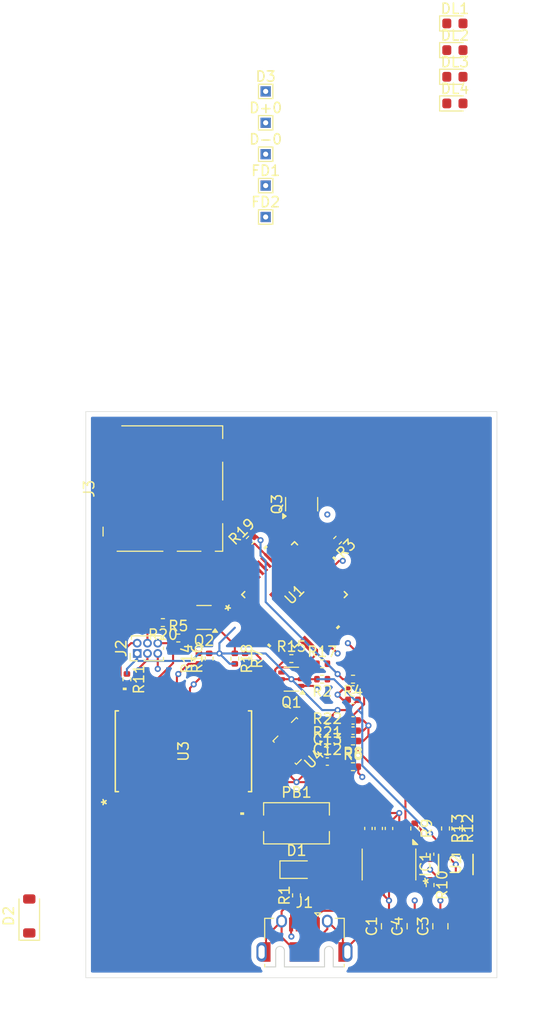
<source format=kicad_pcb>
(kicad_pcb (version 20240108) (generator "pcbnew") (generator_version "8.0")
  (layers (0 "F.Cu" mixed) (1 "In1.Cu" power "GND") (2 "In2.Cu" power "5v") (3 "In3.Cu" signal) (4 "In4.Cu" signal) (31 "B.Cu" power "3.3v") (34 "B.Paste" user) (35 "F.Paste" user) (36 "B.SilkS" user "B.Silkscreen") (37 "F.SilkS" user "F.Silkscreen") (38 "B.Mask" user) (39 "F.Mask" user) (44 "Edge.Cuts" user))
  (net 0 "")
  (net 1 "Net-(C1-Pad1)")
  (net 2 "GND")
  (net 3 "/RESETN")
  (net 4 "+5V")
  (net 5 "/AREF")
  (net 6 "+3V3")
  (net 7 "/D8")
  (net 10 "/A5{slash}SCL")
  (net 12 "/A4{slash}SDA")
  (net 13 "/UPDI")
  (net 14 "/D3~{}")
  (net 16 "/D5~{}")
  (net 17 "/MISO")
  (net 18 "/D6~{}")
  (net 19 "/RX0")
  (net 23 "/A1")
  (net 24 "/A6")
  (net 25 "/A7")
  (net 26 "/MOSI")
  (net 27 "/A0")
  (net 28 "/A2")
  (net 30 "/SCK")
  (net 31 "/TX1")
  (net 32 "/D9~{}")
  (net 34 "/A3")
  (net 37 "/RX1")
  (net 38 "/D2")
  (net 40 "Net-(IC1-VIN)")
  (net 41 "/D4")
  (net 42 "/D10~{}")
  (net 43 "/D7")
  (net 44 "/TX_UPDI")
  (net 45 "Net-(U3A-PA28{slash}RESETN)")
  (net 51 "/TX_D11")
  (net 53 "Net-(U3A-PA30{slash}SWCLK)")
  (net 55 "Net-(U3A-PA31{slash}SWDIO)")
  (net 57 "/RX_UPDI")
  (net 59 "/RX_D11")
  (net 64 "/USB_P")
  (net 65 "Net-(IC1-EN)")
  (net 66 "Net-(IC1-SW-Pad19)")
  (net 68 "Net-(IC1-FB)")
  (net 69 "Net-(IC1-AAM)")
  (net 72 "/USB_N")
  (net 74 "Net-(DL2-PadA)")
  (net 75 "Net-(DL1-PadA)")
  (net 76 "Net-(DL3-PadA)")
  (net 77 "Net-(DL4-PadA)")
  (net 78 "Net-(U4-VDD)")
  (net 80 "1.8v temp sda")
  (net 94 "1.8V temp scl")
  (net 96 "Net-(U2-EN)")
  (net 97 "Net-(D1-Pad4)")
  (footprint "Capacitor_SMD:C_0402_1005Metric" (layer "F.Cu") (at 126.5 100 90)
    (property "Reference" "C11" (hide yes))
    (property "Value" "100n" (hide yes))
  )
  (footprint "Resistor_SMD:R_0402_1005Metric" (layer "F.Cu") (at 107.5 81 -90)
    (property "Reference" "R18")
    (property "Value" "4k7")
  )
  (footprint "Resistor_SMD:R_0402_1005Metric" (layer "F.Cu") (at 102 79)
    (property "Reference" "R5")
    (property "Value" "4k7")
  )
  (footprint "Capacitor_SMD:C_0402_1005Metric" (layer "F.Cu") (at 116.5 90)
    (property "Reference" "C13")
    (property "Value" "0.1uF")
  )
  (footprint "ATSAMD11D14A:SOIC20_12P8X7P5_MCH" (layer "F.Cu") (at 102.5 90 90)
    (property "Reference" "U3")
    (property "Value" "ATSAMD11D14A")
  )
  (footprint "Connector_Card:microSD_HC_Molex_104031-0811" (layer "F.Cu") (at 100.5 64.5 90)
    (property "Reference" "J3")
    (property "Value" "Micro_SD_Card_Det1")
  )
  (footprint "Package_TO_SOT_SMD:SOT-23" (layer "F.Cu") (at 114 66 90)
    (property "Reference" "Q3")
    (property "Value" "BSS138")
  )
  (footprint "Resistor_SMD:R_0402_1005Metric" (layer "F.Cu") (at 119 89 180)
    (property "Reference" "R8")
    (property "Value" "19k1")
  )
  (footprint "Capacitor_SMD:C_0402_1005Metric" (layer "F.Cu") (at 121.5 97.5 -90)
    (property "Reference" "C10" (hide yes))
    (property "Value" "100n")
  )
  (footprint "AP2112K_3_3:SOT_RG1_DIO" (layer "F.Cu") (at 129 101 90)
    (property "Reference" "U2")
    (property "Value" "AP2112K-3.3")
  )
  (footprint "Resistor_SMD:R_0402_1005Metric" (layer "F.Cu") (at 113.5 104 90)
    (property "Reference" "R1")
    (property "Value" "1M")
  )
  (footprint "Resistor_SMD:R_0402_1005Metric" (layer "F.Cu") (at 109 69.5 45)
    (property "Reference" "R19")
    (property "Value" "4k7")
  )
  (footprint "LED_SMD:LED_0603_1608Metric" (layer "F.Cu") (at 128.9125 21.89)
    (property "Reference" "DL2")
    (property "Value" "GREEN")
  )
  (footprint "Capacitor_SMD:C_0402_1005Metric" (layer "F.Cu") (at 119 88)
    (property "Reference" "C7" (hide yes))
    (property "Value" "100n")
  )
  (footprint "Resistor_SMD:R_0402_1005Metric" (layer "F.Cu") (at 108.5 81 -90)
    (property "Reference" "R7")
    (property "Value" "0R")
  )
  (footprint "Diode_SMD:D_SOD-123" (layer "F.Cu") (at 87.5 106 90)
    (property "Reference" "D2")
    (property "Value" "PMEG6020")
  )
  (footprint "Resistor_SMD:R_0402_1005Metric" (layer "F.Cu") (at 119 83 180)
    (property "Reference" "R4")
    (property "Value" "100k")
  )
  (footprint "Diode_SMD:D_SOD-323" (layer "F.Cu") (at 113.5 101.5)
    (property "Reference" "D1")
    (property "Value" "PRTR5V")
  )
  (footprint "ATMEGA4809_AFR:TQFP48_7x7MC_MCH" (layer "F.Cu") (at 113.30806 74.782932 45)
    (property "Reference" "U1")
    (property "Value" "ATMEGA4809")
  )
  (footprint "Resistor_SMD:R_0402_1005Metric" (layer "F.Cu") (at 105 81 90)
    (property "Reference" "R16")
    (property "Value" "4k7")
  )
  (footprint "TestPoint:TestPoint_THTPad_1.0x1.0mm_Drill0.5mm" (layer "F.Cu") (at 110.5 35.05)
    (property "Reference" "FD1")
    (property "Value" "DNP")
  )
  (footprint "Capacitor_SMD:C_0805_2012Metric" (layer "F.Cu") (at 122.5 107 90)
    (property "Reference" "C1")
    (property "Value" "4n7")
  )
  (footprint "Resistor_SMD:R_0402_1005Metric" (layer "F.Cu") (at 113 81)
    (property "Reference" "R15")
    (property "Value" "4k7")
  )
  (footprint "LED_SMD:LED_0603_1608Metric" (layer "F.Cu") (at 128.9125 24.48)
    (property "Reference" "DL3")
    (property "Value" "YELLOW")
  )
  (footprint "Connector_USB:USB_Micro-AB_Molex_47590-0001" (layer "F.Cu") (at 114.275 109.5)
    (property "Reference" "J1")
    (property "Value" "-")
    (fp_line (start -3.75 1.45) (end -2.8 1.45) (stroke (width 0.1)) (layer "Edge.Cuts"))
    (fp_line (start -2.8 -0.125) (end -2.8 1.45) (stroke (width 0.1)) (layer "Edge.Cuts"))
    (fp_line (start -1.95 -0.125) (end -1.95 1.45) (stroke (width 0.1)) (layer "Edge.Cuts"))
    (fp_line (start -1.95 1.45) (end 1.95 1.45) (stroke (width 0.1)) (layer "Edge.Cuts"))
    (fp_line (start 1.95 -0.125) (end 1.95 1.45) (stroke (width 0.1)) (layer "Edge.Cuts"))
    (fp_line (start 2.8 -0.125) (end 2.8 1.45) (stroke (width 0.1)) (layer "Edge.Cuts"))
    (fp_line (start 2.8 1.45) (end 3.75 1.45) (stroke (width 0.1)) (layer "Edge.Cuts"))
    (fp_arc (start -2.8 -0.125) (mid -2.375 -0.55) (end -1.95 -0.125) (stroke (width 0.1)) (layer "Edge.Cuts"))
    (fp_arc (start 1.95 -0.125) (mid 2.375 -0.55) (end 2.8 -0.125) (stroke (width 0.1)) (layer "Edge.Cuts"))
  )
  (footprint "Resistor_SMD:R_0402_1005Metric" (layer "F.Cu") (at 116 81.5)
    (property "Reference" "R17")
    (property "Value" "4k7")
  )
  (footprint "Package_TO_SOT_SMD:SOT-363_SC-70-6" (layer "F.Cu") (at 113 83 180)
    (property "Reference" "Q1")
    (property "Value" "BSS138PS")
  )
  (footprint "LED_SMD:LED_0603_1608Metric" (layer "F.Cu") (at 128.9125 19.3)
    (property "Reference" "DL1")
    (property "Value" "YELLOW")
  )
  (footprint "TestPoint:TestPoint_THTPad_1.0x1.0mm_Drill0.5mm" (layer "F.Cu") (at 110.5 38.1)
    (property "Reference" "FD2")
    (property "Value" "DNP")
  )
  (footprint "Capacitor_SMD:C_0402_1005Metric" (layer "F.Cu") (at 122.5 97.5 -90)
    (property "Reference" "C8" (hide yes))
    (property "Value" "100n")
  )
  (footprint "Resistor_SMD:R_0402_1005Metric" (layer "F.Cu") (at 128 97.5 -90)
    (property "Reference" "R13")
    (property "Value" "330R")
  )
  (footprint "Resistor_SMD:R_0402_1005Metric" (layer "F.Cu") (at 116.5 88)
    (property "Reference" "R22")
    (property "Value" "645Ω")
  )
  (footprint "Button_Switch_SMD:SW_Tactile_SPST_NO_Straight_CK_PTS636Sx25SMTRLFS" (layer "F.Cu") (at 113.5 97)
    (property "Reference" "PB1")
    (property "Value" "PTS820")
  )
  (footprint "Connector_PinHeader_1.00mm:PinHeader_2x03_P1.00mm_Vertical" (layer "F.Cu") (at 98 80.5 90)
    (property "Reference" "J2")
    (property "Value" "DNP")
  )
  (footprint "Capacitor_SMD:C_0402_1005Metric" (layer "F.Cu") (at 119 87)
    (property "Reference" "C5" (hide yes))
    (property "Value" "4u7")
  )
  (footprint "LED_SMD:LED_0603_1608Metric" (layer "F.Cu") (at 128.9125 27.07)
    (property "Reference" "DL4")
    (property "Value" "YELLOW")
  )
  (footprint "Package_DFN_QFN:DFN-18-1EP_3x5mm_P0.5mm_EP1.66x4.4mm" (layer "F.Cu") (at 122.5 101 -90)
    (property "Reference" "IC1")
    (property "Value" "MPM3610")
  )
  (footprint "TestPoint:TestPoint_THTPad_1.0x1.0mm_Drill0.5mm" (layer "F.Cu") (at 110.5 32)
    (property "Reference" "D-0")
    (property "Value" "DNP")
  )
  (footprint "Resistor_SMD:R_0402_1005Metric" (layer "F.Cu") (at 97 83 -90)
    (property "Reference" "R11")
    (property "Value" "4k7")
  )
  (footprint "Capacitor_SMD:C_0805_2012Metric" (layer "F.Cu") (at 127.5 107 90)
    (property "Reference" "C3")
    (property "Value" "22u")
  )
  (footprint "Resistor_SMD:R_0402_1005Metric" (layer "F.Cu") (at 100.5 77.5 180)
    (property "Reference" "R20")
    (property "Value" "DNP")
  )
  (footprint "Resistor_SMD:R_0402_1005Metric" (layer "F.Cu") (at 116.5 87 180)
    (property "Reference" "R21")
    (property "Value" "538Ω")
  )
  (footprint "Resistor_SMD:R_0402_1005Metric" (layer "F.Cu") (at 125 97.5 -90)
    (property "Reference" "R9")
    (property "Value" "39k")
  )
  (footprint "Capacitor_SMD:C_0402_1005Metric" (layer "F.Cu") (at 116.5 91)
    (property "Reference" "C12")
    (property "Value" "2.2uF")
  )
  (footprint "Resistor_SMD:R_0402_1005Metric" (layer "F.Cu") (at 119 91.5)
    (property "Reference" "R6")
    (property "Value" "100k")
  )
  (footprint "Package_LGA:LGA-16_3x3mm_P0.5mm_LayoutBorder3x5y" (layer "F.Cu") (at 113.487348 89 -135)
    (property "Reference" "U4")
    (property "Value" "ICM-20602")
  )
  (footprint "Resistor_SMD:R_0402_1005Metric" (layer "F.Cu") (at 116 83 180)
    (property "Reference" "R2")
    (property "Value" "330R")
  )
  (footprint "Resistor_SMD:R_0402_1005Metric" (layer "F.Cu") (at 104 81 90)
    (property "Reference" "R14")
    (property "Value" "4k7")
  )
  (footprint "Capacitor_SMD:C_0402_1005Metric" (layer "F.Cu") (at 119 84 180)
    (property "Reference" "C2" (hide yes))
    (property "Value" "100n")
  )
  (footprint "TestPoint:TestPoint_THTPad_1.0x1.0mm_Drill0.5mm" (layer "F.Cu") (at 110.5 28.95)
    (property "Reference" "D+0")
    (property "Value" "DNP")
  )
  (footprint "Resistor_SMD:R_0402_1005Metric" (layer "F.Cu") (at 117.5 69.5 -135)
    (property "Reference" "R3")
    (property "Value" "330R")
  )
  (footprint "TestPoint:TestPoint_THTPad_1.0x1.0mm_Drill0.5mm" (layer "F.Cu") (at 110.5 25.9)
    (property "Reference" "D3")
    (property "Value" "DNP")
  )
  (footprint "Resistor_SMD:R_0402_1005Metric" (layer "F.Cu") (at 129 97.5 -90)
    (property "Reference" "R12")
    (property "Value" "330R")
  )
  (footprint "Capacitor_SMD:C_0805_2012Metric" (layer "F.Cu") (at 125 107 90)
    (property "Reference" "C4")
    (property "Value" "22u")
  )
  (footprint "Package_TO_SOT_SMD:SOT-363_SC-70-6" (layer "F.Cu") (at 104.5 77 180)
    (property "Reference" "Q2")
    (property "Value" "BSS138PS")
  )
  (footprint "Capacitor_SMD:C_0402_1005Metric" (layer "F.Cu") (at 119 85 180)
    (property "Reference" "C6" (hide yes))
    (property "Value" "1u")
  )
  (footprint "Capacitor_SMD:C_0402_1005Metric" (layer "F.Cu") (at 120.5 97.5 -90)
    (property "Reference" "C9" (hide yes))
    (property "Value" "4u7")
  )
  (footprint "Resistor_SMD:R_0402_1005Metric" (layer "F.Cu") (at 126.5 103 -90)
    (property "Reference" "R10")
    (property "Value" "100k")
  )
  (gr_line (start 133.003125 57) (end 133 112) (stroke (width 0.05)) (layer "Edge.Cuts"))
  (gr_line (start 133 112) (end 93 112) (stroke (width 0.05)) (layer "Edge.Cuts"))
  (gr_line (start 93 112) (end 93 57) (stroke (width 0.05)) (layer "Edge.Cuts"))
  (gr_line (start 93 57) (end 133.003125 57) (stroke (width 0.05)) (layer "Edge.Cuts"))
  (segment (start 112.05 105.55) (end 112.45 105.15) (width 0.2) (layer "F.Cu") (net 1))
  (segment (start 122.5 107.95) (end 119.5625 107.95) (width 0.2) (layer "F.Cu") (net 1))
  (segment (start 119.5625 107.95) (end 118.0125 109.5) (width 0.2) (layer "F.Cu") (net 1))
  (segment (start 114.275 109.5) (end 113.5 109.5) (width 0.2) (layer "F.Cu") (net 1))
  (segment (start 116.5 107.275) (end 116.5 106.5) (width 0.2) (layer "F.Cu") (net 1))
  (segment (start 112.05 106.5) (end 110.5375 108.0125) (width 0.2) (layer "F.Cu") (net 1))
  (segment (start 113.5 109.5) (end 112.05 108.05) (width 0.2) (layer "F.Cu") (net 1))
  (segment (start 112.05 106.5) (end 112.05 105.55) (width 0.2) (layer "F.Cu") (net 1))
  (segment (start 112.459999 103.490001) (end 112.45 103.5) (width 0.2) (layer "F.Cu") (net 1))
  (segment (start 116.5 106.5) (end 118.0125 108.0125) (width 0.2) (layer "F.Cu") (net 1))
  (segment (start 113.5 103.490001) (end 112.459999 103.490001) (width 0.2) (layer "F.Cu") (net 1))
  (segment (start 112.05 108.05) (end 112.05 106.5) (width 0.2) (layer "F.Cu") (net 1))
  (segment (start 110.5375 109.5) (end 110.1 109.5) (width 0.2) (layer "F.Cu") (net 1))
  (segment (start 118.0125 108.0125) (end 118.0125 109.5) (width 0.2) (layer "F.Cu") (net 1))
  (segment (start 112.45 103.5) (end 112.45 101.5) (width 0.2) (layer "F.Cu") (net 1))
  (segment (start 118.0125 109.5) (end 118.45 109.5) (width 0.2) (layer "F.Cu") (net 1))
  (segment (start 112.45 105.15) (end 112.45 103.5) (width 0.2) (layer "F.Cu") (net 1))
  (segment (start 110.5375 108.0125) (end 110.5375 109.5) (width 0.2) (layer "F.Cu") (net 1))
  (segment (start 114.275 109.5) (end 116.5 107.275) (width 0.2) (layer "F.Cu") (net 1))
  (segment (start 117.01 88.99) (end 117.01 88) (width 0.2) (layer "F.Cu") (net 2))
  (segment (start 122.5 97.02) (end 122.5 97) (width 0.2) (layer "F.Cu") (net 2))
  (segment (start 125.62 99.6) (end 126.5 100.48) (width 0.2) (layer "F.Cu") (net 2))
  (segment (start 118 71.5) (end 117.651654 71.5) (width 0.2) (layer "F.Cu") (net 2))
  (segment (start 112.621142 89.866206) (end 112.621142 92.121142) (width 0.2) (layer "F.Cu") (net 2))
  (segment (start 117.651654 71.5) (end 116.792895 72.358759) (width 0.2) (layer "F.Cu") (net 2))
  (segment (start 118.52 85) (end 118 85) (width 0.2) (layer "F.Cu") (net 2))
  (segment (start 121.5 103.5) (end 122.5 104.5) (width 0.2) (layer "F.Cu") (net 2))
  (segment (start 120.5 97) (end 121.5 96) (width 0.2) (layer "F.Cu") (net 2))
  (segment (start 112.267589 89.512652) (end 112.267589 91.767589) (width 0.2) (layer "F.Cu") (net 2))
  (segment (start 121.5 102.425) (end 121.5 103.5) (width 0.2) (layer "F.Cu") (net 2))
  (segment (start 121.5 97.02) (end 121.5 96) (width 0.2) (layer "F.Cu") (net 2))
  (segment (start 122.5 102.425) (end 122.5 104.5) (width 0.2) (layer "F.Cu") (net 2))
  (segment (start 118.52 84) (end 118 84) (width 0.2) (layer "F.Cu") (net 2))
  (segment (start 112.621142 92.121142) (end 113.5 93) (width 0.2) (layer "F.Cu") (net 2))
  (segment (start 116.98 90) (end 116.98 92.02) (width 0.2) (layer "F.Cu") (net 2))
  (segment (start 114.353554 89.866206) (end 114.583669 90.096321) (width 0.2) (layer "F.Cu") (net 2))
  (segment (start 119.48 88) (end 120 88) (width 0.2) (layer "F.Cu") (net 2))
  (segment (start 117.5 80.5) (end 117 80) (width 0.2) (layer "F.Cu") (net 2))
  (segment (start 125.62 97.61) (end 125.62 99.6) (width 0.2) (layer "F.Cu") (net 2))
  (segment (start 127.5 106.05) (end 127.5 104.5) (width 0.2) (layer "F.Cu") (net 2))
  (segment (start 112.975 107.975) (end 113 108) (width 0.2) (layer "F.Cu") (net 2))
  (segment (start 112.974696 90.219759) (end 112.974696 92.474696) (width 0.2) (layer "F.Cu") (net 2))
  (segment (start 121.5 96) (end 123.5 96) (width 0.2) (layer "F.Cu") (net 2))
  (segment (start 116 93) (end 113.5 93) (width 0.2) (layer "F.Cu") (net 2))
  (segment (start 109.625 94.875) (end 111.5 93) (width 0.2) (layer "F.Cu") (net 2))
  (segment (start 109.625 97) (end 109.625 94.875) (width 0.2) (layer "F.Cu") (net 2))
  (segment (start 128.48 100.48) (end 129 101) (width 0.2) (layer "F.Cu") (net 2))
  (segment (start 129 102.35255) (end 129 101) (width 0.2) (layer "F.Cu") (net 2))
  (segment (start 120.5 97.02) (end 120.5 97) (width 0.2) (layer "F.Cu") (net 2))
  (segment (start 122.5 106.05) (end 122.5 104.5) (width 0.2) (layer "F.Cu") (net 2))
  (segment (start 112.267589 91.767589) (end 113.5 93) (width 0.2) (layer "F.Cu") (net 2))
  (segment (start 116.98 92.02) (end 116 93) (width 0.2) (layer "F.Cu") (net 2))
  (segment (start 120.5 88.5) (end 120.5 87.5) (width 0.2) (layer "F.Cu") (net 2))
  (segment (start 125 106.05) (end 125 104.5) (width 0.2) (layer "F.Cu") (net 2))
  (segment (start 118 85) (end 117.5 84.5) (width 0.2) (layer "F.Cu") (net 2))
  (segment (start 120 87) (end 120.5 87.5) (width 0.2) (layer "F.Cu") (net 2))
  (segment (start 112.974696 92.474696) (end 113.5 93) (width 0.2) (layer "F.Cu") (net 2))
  (segment (start 117.375 97) (end 117.375 94.375) (width 0.2) (layer "F.Cu") (net 2))
  (segment (start 114.583669 90.096321) (end 114.583669 91.916331) (width 0.2) (layer "F.Cu") (net 2))
  (segment (start 117 80) (end 116.050256 80) (width 0.2) (layer "F.Cu") (net 2))
  (segment (start 118 84) (end 117.5 84.5) (width 0.2) (layer "F.Cu") (net 2))
  (segment (start 120 89) (end 120.5 88.5) (width 0.2) (layer "F.Cu") (net 2))
  (segment (start 111.914035 89.159099) (end 111.914035 91.414035) (width 0.2) (layer "F.Cu") (net 2))
  (segment (start 119.51 89) (end 120 89) (width 0.2) (layer "F.Cu") (net 2))
  (segment (start 122.5 97) (end 123.5 96) (width 0.2) (layer "F.Cu") (net 2))
  (segment (start 125 96.99) (end 125.62 97.61) (width 0.2) (layer "F.Cu") (net 2))
  (segment (start 116.98 89.02) (end 117.01 88.99) (width 0.2) (layer "F.Cu") (net 2))
  (segment (start 113.5 104.509999) (end 112.975 105.034999) (width 0.2) (layer "F.Cu") (net 2))
  (segment (start 111.914035 91.414035) (end 113.5 93) (width 0.2) (layer "F.Cu") (net 2))
  (segment (start 123.5 96) (end 123.5 99.575) (width 0.2) (layer "F.Cu") (net 2))
  (segment (start 126.5 100.48) (end 128.48 100.48) (width 0.2) (layer "F.Cu") (net 2))
  (segment (start 122 104) (end 122.5 104.5) (width 0.2) (layer "F.Cu") (net 2))
  (segment (start 117.375 94.375) (end 116 93) (width 0.2) (layer "F.Cu") (net 2))
  (segment (start 100 80.5) (end 100 82) (width 0.2) (layer "F.Cu") (net 2))
  (segment (start 119.48 87) (end 120 87) (width 0.2) (layer "F.Cu") (net 2))
  (segment (start 116.98 90) (end 116.98 89.02) (width 0.2) (layer "F.Cu") (net 2))
  (segment (start 112.975 106.825) (end 112.975 107.975) (width 0.2) (layer "F.Cu") (net 2))
  (segment (start 114.583669 91.916331) (end 113.5 93) (width 0.2) (layer "F.Cu") (net 2))
  (segment (start 112.975 105.034999) (end 112.975 106.825) (width 0.2) (layer "F.Cu") (net 2))
  (segment (start 122 102.425) (end 122 104) (width 0.2) (layer "F.Cu") (net 2))
  (segment (start 120 88) (end 120.5 87.5) (width 0.2) (layer "F.Cu") (net 2))
  (segment (start 111.5 93) (end 113.5 93) (width 0.2) (layer "F.Cu") (net 2))
  (segment (start 116.050256 80) (end 115.025128 78.974872) (width 0.2) (layer "F.Cu") (net 2))
  (via (at 129 101) (size 0.6) (drill 0.3) (layers "F.Cu" "B.Cu") (net 2))
  (via (at 123.5 96) (size 0.6) (drill 0.3) (layers "F.Cu" "B.Cu") (net 2))
  (via (at 127.5 104.5) (size 0.6) (drill 0.3) (layers "F.Cu" "B.Cu") (net 2))
  (via (at 122.5 104.5) (size 0.6) (drill 0.3) (layers "F.Cu" "B.Cu") (net 2))
  (via (at 113.5 93) (size 0.6) (drill 0.3) (layers "F.Cu" "B.Cu") (net 2))
  (via (at 117.5 80.5) (size 0.6) (drill 0.3) (layers "F.Cu" "B.Cu") (net 2))
  (via (at 113 108) (size 0.6) (drill 0.3) (layers "F.Cu" "B.Cu") (net 2))
  (via (at 125 104.5) (size 0.6) (drill 0.3) (layers "F.Cu" "B.Cu") (net 2))
  (via (at 117.5 84.5) (size 0.6) (drill 0.3) (layers "F.Cu" "B.Cu") (net 2))
  (via (at 100 82) (size 0.6) (drill 0.3) (layers "F.Cu" "B.Cu") (net 2))
  (via (at 120.5 87.5) (size 0.6) (drill 0.3) (layers "F.Cu" "B.Cu") (net 2))
  (via (at 118 71.5) (size 0.6) (drill 0.3) (layers "F.Cu" "B.Cu") (net 2))
  (via (at 116.5 67) (size 0.6) (drill 0.3) (layers "F.Cu" "B.Cu") (net 2))
  (segment (start 119.48 83.02) (end 119.48 84) (width 0.2) (layer "F.Cu") (net 3))
  (segment (start 119.51 83) (end 119.51 80.51) (width 0.2) (layer "F.Cu") (net 3))
  (segment (start 119.51 83) (end 119.5 83) (width 0.2) (layer "F.Cu") (net 3))
  (segment (start 119.5 83) (end 119.48 83.02) (width 0.2) (layer "F.Cu") (net 3))
  (segment (start 119.51 80.51) (end 118.5 79.5) (width 0.2) (layer "F.Cu") (net 3))
  (via (at 118.5 79.5) (size 0.6) (drill 0.3) (layers "F.Cu" "B.Cu") (net 3))
  (segment (start 119.51 91.5) (end 119.51 92.11) (width 0.2) (layer "F.Cu") (net 4))
  (segment (start 115.5 80.156854) (end 114.671573 79.328427) (width 0.2) (layer "F.Cu") (net 4))
  (segment (start 127.35255 102.35255) (end 126.5 101.5) (width 0.2) (layer "F.Cu") (net 4))
  (segment (start 127.5 107.95) (end 129.950001 105.499999) (width 0.2) (layer "F.Cu") (net 4))
  (segment (start 128.525 103.475) (end 128.049999 102.999999) (width 0.2) (layer "F.Cu") (net 4))
  (segment (start 116.51 81.5) (end 116.51 81.51) (width 0.2) (layer "F.Cu") (net 4))
  (segment (start 115.5 80.5) (end 115.5 80.156854) (width 0.2) (layer "F.Cu") (net 4))
  (segment (start 121 98.5) (end 121 99.575) (width 0.2) (layer "F.Cu") (net 4))
  (segment (start 113.51 81) (end 115 81) (width 0.2) (layer "F.Cu") (net 4))
  (segment (start 128.049999 102.35255) (end 127.35255 102.35255) (width 0.2) (layer "F.Cu") (net 4))
  (segment (start 128.525 106.925) (end 128.525 103.475) (width 0.2) (layer "F.Cu") (net 4))
  (segment (start 116.5 81.5) (end 116.51 81.5) (width 0.2) (layer "F.Cu") (net 4))
  (segment (start 127.5 107.95) (end 128.525 106.925) (width 0.2) (layer "F.Cu") (net 4))
  (segment (start 121.5 98.98) (end 121.5 99.575) (width 0.2) (layer "F.Cu") (net 4))
  (segment (start 128.049999 102.999999) (end 128.049999 102.35255) (width 0.2) (layer "F.Cu") (net 4))
  (segment (start 109.360624 69.139376) (end 109.639376 69.139376) (width 0.2) (layer "F.Cu") (net 4))
  (segment (start 121.5 97.98) (end 121.5 98) (width 0.2) (layer "F.Cu") (net 4))
  (segment (start 119.51 92.11) (end 119.9 92.5) (width 0.2) (layer "F.Cu") (net 4))
  (segment (start 115.5 80.5) (end 116.5 81.5) (width 0.2) (layer "F.Cu") (net 4))
  (segment (start 118.49 83) (end 118 83) (width 0.2) (layer "F.Cu") (net 4))
  (segment (start 109.639376 69.139376) (end 110 69.5) (width 0.2) (layer "F.Cu") (net 4))
  (segment (start 116.51 81.51) (end 117.5 82.5) (width 0.2) (layer "F.Cu") (net 4))
  (segment (start 118 83) (end 117.5 82.5) (width 0.2) (layer "F.Cu") (net 4))
  (segment (start 120.5 97.98) (end 120.5 99.575) (width 0.2) (layer "F.Cu") (net 4))
  (segment (start 129.950001 105.499999) (end 129.950001 102.35255) (width 0.2) (layer "F.Cu") (net 4))
  (segment (start 122.5 97.98) (end 121.5 98.98) (width 0.2) (layer "F.Cu") (net 4))
  (segment (start 121.5 98) (end 121 98.5) (width 0.2) (layer "F.Cu") (net 4))
  (segment (start 115 81) (end 115.5 80.5) (width 0.2) (layer "F.Cu") (net 4))
  (via (at 126.5 101.5) (size 0.6) (drill 0.3) (layers "F.Cu" "B.Cu") (net 4))
  (via (at 117.5 82.5) (size 0.6) (drill 0.3) (layers "F.Cu" "B.Cu") (net 4))
  (via (at 110 69.5) (size 0.6) (drill 0.3) (layers "F.Cu" "B.Cu") (net 4))
  (via (at 119.9 92.5) (size 0.6) (drill 0.3) (layers "F.Cu" "B.Cu") (net 4))
  (segment (start 110 69.5) (end 110 71) (width 0.2) (layer "B.Cu") (net 4))
  (segment (start 110.5 75.5) (end 117.5 82.5) (width 0.2) (layer "B.Cu") (net 4))
  (segment (start 110.5 71.5) (end 110.5 75.5) (width 0.2) (layer "B.Cu") (net 4))
  (segment (start 110 71) (end 110.5 71.5) (width 0.2) (layer "B.Cu") (net 4))
  (segment (start 118.52 87) (end 120.08 85.44) (width 0.2) (layer "F.Cu") (net 5))
  (segment (start 116.978819 73.920855) (end 116.978819 73.587045) (width 0.2) (layer "F.Cu") (net 5))
  (segment (start 120.08 77.022036) (end 116.978819 73.920855) (width 0.2) (layer "F.Cu") (net 5))
  (segment (start 118.52 88) (end 118.52 87) (width 0.2) (layer "F.Cu") (net 5))
  (segment (start 116.978819 73.587045) (end 117.5 73.065864) (width 0.2) (layer "F.Cu") (net 5))
  (segment (start 120.08 85.44) (end 120.08 77.022036) (width 0.2) (layer "F.Cu") (net 5))
  (segment (start 127.922549 99.52) (end 128.049999 99.64745) (width 0.2) (layer "F.Cu") (net 6))
  (segment (start 112.05 83) (end 113 83) (width 0.2) (layer "F.Cu") (net 6))
  (segment (start 105 80.49) (end 105.99 80.49) (width 0.2) (layer "F.Cu") (net 6))
  (segment (start 126.5 99.52) (end 127.922549 99.52) (width 0.2) (layer "F.Cu") (net 6))
  (segment (start 129 98.697449) (end 129 98.01) (width 0.2) (layer "F.Cu") (net 6))
  (segment (start 128.049999 99.549999) (end 126.5 98) (width 0.2) (layer "F.Cu") (net 6))
  (segment (start 102.51 79) (end 104 80.49) (width 0.2) (layer "F.Cu") (net 6))
  (segment (start 128.049999 99.64745) (end 129 98.697449) (width 0.2) (layer "F.Cu") (net 6))
  (segment (start 128 98.01) (end 128 99.597451) (width 0.2) (layer "F.Cu") (net 6))
  (segment (start 128.049999 99.64745) (end 128 99.597451) (width 0.2) (layer "F.Cu") (net 6))
  (segment (start 117.01 86.49) (end 117.5 86) (width 0.2) (layer "F.Cu") (net 6))
  (segment (start 105.99 80.49) (end 106 80.5) (width 0.2) (layer "F.Cu") (net 6))
  (segment (start 106 80.5) (end 106.49 80.5) (width 0.2) (layer "F.Cu") (net 6))
  (segment (start 119.48 85) (end 118.48 86) (width 0.2) (layer "F.Cu") (net 6))
  (segment (start 104 80.49) (end 105 80.49) (width 0.2) (layer "F.Cu") (net 6))
  (segment (start 113.95 83) (end 115.49 83) (width 0.2) (layer "F.Cu") (net 6))
  (segment (start 113.95 83) (end 113 83) (width 0.2) (layer "F.Cu") (net 6))
  (segment (start 128.049999 99.64745) (end 128.049999 99.549999) (width 0.2) (layer "F.Cu") (net 6))
  (segment (start 118.48 86) (end 117.5 86) (width 0.2) (layer "F.Cu") (net 6))
  (segment (start 117.01 87) (end 117.01 86.49) (width 0.2) (layer "F.Cu") (net 6))
  (via (at 117.5 86) (size 0.6) (drill 0.3) (layers "F.Cu" "B.Cu") (net 6))
  (via (at 113 83) (size 0.6) (drill 0.3) (layers "F.Cu" "B.Cu") (net 6))
  (via (at 106 80.5) (size 0.6) (drill 0.3) (layers "F.Cu" "B.Cu") (net 6))
  (via (at 126.5 98) (size 0.6) (drill 0.3) (layers "F.Cu" "B.Cu") (net 6))
  (segment (start 98 81) (end 97 82) (width 0.2) (layer "B.Cu") (net 6))
  (segment (start 116 86) (end 113 83) (width 0.2) (layer "B.Cu") (net 6))
  (segment (start 106 80.5) (end 106 79.5) (width 0.2) (layer "B.Cu") (net 6))
  (segment (start 119.9 86.4) (end 119.5 86) (width 0.2) (layer "B.Cu") (net 6))
  (segment (start 117.151471 83) (end 115.5 83) (width 0.2) (layer "B.Cu") (net 6))
  (segment (start 113 83) (end 110.5 80.5) (width 0.2) (layer "B.Cu") (net 6))
  (segment (start 110.5 80.5) (end 106 80.5) (width 0.2) (layer "B.Cu") (net 6))
  (segment (start 107 81.5) (end 107.5 81.5) (width 0.2) (layer "B.Cu") (net 6))
  (segment (start 119.151471 85) (end 117.151471 83) (width 0.2) (layer "B.Cu") (net 6))
  (segment (start 117.5 86) (end 116 86) (width 0.2) (layer "B.Cu") (net 6))
  (segment (start 106 80.5) (end 104 80.5) (width 0.2) (layer "B.Cu") (net 6))
  (segment (start 119.9 86.4) (end 119.9 85.4) (width 0.2) (layer "B.Cu") (net 6))
  (segment (start 98.1 81.225) (end 98 81.125) (width 0.2) (layer "B.Cu") (net 6))
  (segment (start 119.9 91.4) (end 119.9 86.4) (width 0.2) (layer "B.Cu") (net 6))
  (segment (start 126.5 98) (end 119.9 91.4) (width 0.2) (layer "B.Cu") (net 6))
  (segment (start 119.9 85.4) (end 119.5 85) (width 0.2) (layer "B.Cu") (net 6))
  (segment (start 104 80.5) (end 103.275 81.225) (width 0.2) (layer "B.Cu") (net 6))
  (segment (start 97 82) (end 97 82.5) (width 0.2) (layer "B.Cu") (net 6))
  (segment (start 106 79.5) (end 107.5 78) (width 0.2) (layer "B.Cu") (net 6))
  (segment (start 98 81.125) (end 98 81) (width 0.2) (layer "B.Cu") (net 6))
  (segment (start 98 81) (end 98 80.5) (width 0.2) (layer "B.Cu") (net 6))
  (segment (start 106 80.5) (end 107 81.5) (width 0.2) (layer "B.Cu") (net 6))
  (segment (start 119.5 85) (end 119.151471 85) (width 0.2) (layer "B.Cu") (net 6))
  (segment (start 103.275 81.225) (end 98.1 81.225) (width 0.2) (layer "B.Cu") (net 6))
  (segment (start 114.318021 68.205521) (end 113.05 66.9375) (width 0.2) (layer "F.Cu") (net 12))
  (segment (start 114.318021 69.883884) (end 114.318021 68.205521) (width 0.2) (layer "F.Cu") (net 12))
  (segment (start 101.328924 76.88) (end 100.61 76.88) (width 0.2) (layer "F.Cu") (net 13))
  (segment (start 109.446414 69.860624) (end 108.639376 69.860624) (width 0.2) (layer "F.Cu") (net 13))
  (segment (start 99 79.5) (end 99 78.49) (width 0.2) (layer "F.Cu") (net 13))
  (segment (start 102.098924 77.65) (end 101.328924 76.88) (width 0.2) (layer "F.Cu") (net 13))
  (segment (start 100.61 76.88) (end 99.99 77.5) (width 0.2) (layer "F.Cu") (net 13))
  (segment (start 104.5 74) (end 108.639376 69.860624) (width 0.2) (layer "F.Cu") (net 13))
  (segment (start 103.55 77.65) (end 103.874999 77.65) (width 0.2) (layer "F.Cu") (net 13))
  (segment (start 103.874999 77.65) (end 104.5 77.024999) (width 0.2) (layer "F.Cu") (net 13))
  (segment (start 104.5 77.024999) (end 104.5 74) (width 0.2) (layer "F.Cu") (net 13))
  (segment (start 99 78.49) (end 99.99 77.5) (width 0.2) (layer "F.Cu") (net 13))
  (segment (start 103.55 77.65) (end 102.098924 77.65) (width 0.2) (layer "F.Cu") (net 13))
  (segment (start 110.883887 71.298097) (end 109.446414 69.860624) (width 0.2) (layer "F.Cu") (net 13))
  (segment (start 111.237439 78.621319) (end 110.883887 78.267767) (width 0.2) (layer "F.Cu") (net 19))
  (segment (start 111.425 83.349999) (end 111.425 82.075) (width 0.2) (layer "F.Cu") (net 19))
  (segment (start 111.237439 78.62132) (end 111.237439 78.621319) (width 0.2) (layer "F.Cu") (net 19))
  (segment (start 111.425 83.349999) (end 111.725001 83.65) (width 0.2) (layer "F.Cu") (net 19))
  (segment (start 111.237439 78.62132) (end 110.716256 79.142503) (width 0.2) (layer "F.Cu") (net 19))
  (segment (start 111.425 82.065) (end 111.425 83.349999) (width 0.2) (layer "F.Cu") (net 19))
  (segment (start 111.425 82.075) (end 111.65 81.85) (width 0.2) (layer "F.Cu") (net 19))
  (segment (start 113.95 82.35) (end 114.64 82.35) (width 0.2) (layer "F.Cu") (net 19))
  (segment (start 112.49 81) (end 111.425 82.065) (width 0.2) (layer "F.Cu") (net 19))
  (segment (start 113.45 81.85) (end 113.95 82.35) (width 0.2) (layer "F.Cu") (net 19))
  (segment (start 114.353554 88.133794) (end 114.619024 87.868324) (width 0.2) (layer "F.Cu") (net 19))
  (segment (start 111.65 81.85) (end 113.45 81.85) (width 0.2) (layer "F.Cu") (net 19))
  (segment (start 114.619024 86.219024) (end 112.05 83.65) (width 0.2) (layer "F.Cu") (net 19))
  (segment (start 114.619024 87.868324) (end 114.619024 86.219024) (width 0.2) (layer "F.Cu") (net 19))
  (segment (start 114.64 82.35) (end 115.49 81.5) (width 0.2) (layer "F.Cu") (net 19))
  (segment (start 111.725001 83.65) (end 112.05 83.65) (width 0.2) (layer "F.Cu") (net 19))
  (segment (start 115.732233 71.298097) (end 115.732233 71.267767) (width 0.2) (layer "F.Cu") (net 30))
  (segment (start 115.732233 71.267767) (end 117.139376 69.860624) (width 0.2) (layer "F.Cu") (net 30))
  (segment (start 115.575 106.825) (end 115.575 105.95) (width 0.2) (layer "F.Cu") (net 40))
  (segment (start 115.575 105.95) (end 116.025 105.5) (width 0.2) (layer "F.Cu") (net 40))
  (segment (start 123.975 106.925) (end 123.975 103.425) (width 0.2) (layer "F.Cu") (net 40))
  (segment (start 126.5 103.51) (end 126.475 103.535) (width 0.2) (layer "F.Cu") (net 40))
  (segment (start 124.2 107.15) (end 125 107.95) (width 0.2) (layer "F.Cu") (net 40))
  (segment (start 116.025 105.5) (end 120.440256 105.5) (width 0.2) (layer "F.Cu") (net 40))
  (segment (start 125 107.95) (end 123.975 106.925) (width 0.2) (layer "F.Cu") (net 40))
  (segment (start 123.975 103.425) (end 123.5 102.95) (width 0.2) (layer "F.Cu") (net 40))
  (segment (start 120.440256 105.5) (end 122.090256 107.15) (width 0.2) (layer "F.Cu") (net 40))
  (segment (start 123.5 102.95) (end 123.5 102.425) (width 0.2) (layer "F.Cu") (net 40))
  (segment (start 126.475 106.475) (end 125 107.95) (width 0.2) (layer "F.Cu") (net 40))
  (segment (start 122.090256 107.15) (end 124.2 107.15) (width 0.2) (layer "F.Cu") (net 40))
  (segment (start 126.475 103.535) (end 126.475 106.475) (width 0.2) (layer "F.Cu") (net 40))
  (segment (start 110 85) (end 110 81) (width 0.2) (layer "F.Cu") (net 44))
  (segment (start 104.72 78.38) (end 105.45 77.65) (width 0.2) (layer "F.Cu") (net 44))
  (segment (start 107.5 80.49) (end 108.5 80.49) (width 0.2) (layer "F.Cu") (net 44))
  (segment (start 107.5 79.7) (end 107.5 80.49) (width 0.2) (layer "F.Cu") (net 44))
  (segment (start 109.6863 85.3137) (end 110 85) (width 0.2) (layer "F.Cu") (net 44))
  (segment (start 101.89 78.38) (end 104.72 78.38) (width 0.2) (layer "F.Cu") (net 44))
  (segment (start 101.01 77.5) (end 101.89 78.38) (width 0.2) (layer "F.Cu") (net 44))
  (segment (start 110 81) (end 109.49 80.49) (width 0.2) (layer "F.Cu") (net 44))
  (segment (start 109.49 80.49) (end 108.5 80.49) (width 0.2) (layer "F.Cu") (net 44))
  (segment (start 108.215 85.3137) (end 109.6863 85.3137) (width 0.2) (layer "F.Cu") (net 44))
  (segment (start 105.45 77.65) (end 107.5 79.7) (width 0.2) (layer "F.Cu") (net 44))
  (segment (start 100.99 79.5) (end 101.49 79) (width 0.2) (layer "F.Cu") (net 45))
  (segment (start 99.325 83.6025) (end 101.49 81.4375) (width 0.2) (layer "F.Cu") (net 45))
  (segment (start 100 79.5) (end 100.99 79.5) (width 0.2) (layer "F.Cu") (net 45))
  (segment (start 99.325 85.3137) (end 99.325 83.6025) (width 0.2) (layer "F.Cu") (net 45))
  (segment (start 101.49 81.4375) (end 101.49 79) (width 0.2) (layer "F.Cu") (net 45))
  (segment (start 105 82) (end 103.5 83.5) (width 0.2) (layer "F.Cu") (net 51))
  (segment (start 105 81.51) (end 105 82) (width 0.2) (layer "F.Cu") (net 51))
  (segment (start 103.135 85.3137) (end 103.135 83.865) (width 0.2) (layer "F.Cu") (net 51))
  (segment (start 103.135 83.865) (end 103.5 83.5) (width 0.2) (layer "F.Cu") (net 51))
  (segment (start 113.95 83.65) (end 115.15 83.65) (width 0.2) (layer "F.Cu") (net 51))
  (segment (start 115.15 83.65) (end 115.5 84) (width 0.2) (layer "F.Cu") (net 51))
  (via (at 103.5 83.5) (size 0.6) (drill 0.3) (layers "F.Cu" "B.Cu") (net 51))
  (via (at 115.5 84) (size 0.6) (drill 0.3) (layers "F.Cu" "B.Cu") (net 51))
  (segment (start 98.055 82.04604) (end 98.055 85.3137) (width 0.2) (layer "F.Cu") (net 53))
  (segment (start 98.055 84.565) (end 98.055 85.3137) (width 0.2) (layer "F.Cu") (net 53))
  (segment (start 99 81.10104) (end 98.055 82.04604) (width 0.2) (layer "F.Cu") (net 53))
  (segment (start 99 80.5) (end 99 81.10104) (width 0.2) (layer "F.Cu") (net 53))
  (segment (start 97 83.51) (end 98.055 84.565) (width 0.2) (layer "F.Cu") (net 53))
  (segment (start 96.785 85.3137) (end 96.38 84.9087) (width 0.2) (layer "F.Cu") (net 55))
  (segment (start 97.39896 79.5) (end 98 79.5) (width 0.2) (layer "F.Cu") (net 55))
  (segment (start 96.38 80.51896) (end 97.39896 79.5) (width 0.2) (layer "F.Cu") (net 55))
  (segment (start 96.38 84.9087) (end 96.38 80.51896) (width 0.2) (layer "F.Cu") (net 55))
  (segment (start 108.5 83) (end 106.945 84.555) (width 0.2) (layer "F.Cu") (net 57))
  (segment (start 108.5 81.51) (end 108.5 83) (width 0.2) (layer "F.Cu") (net 57))
  (segment (start 106.945 84.555) (end 106.945 85.3137) (width 0.2) (layer "F.Cu") (net 57))
  (segment (start 104 81.51) (end 102.99 81.51) (width 0.2) (layer "F.Cu") (net 59))
  (segment (start 102.99 81.51) (end 102 82.5) (width 0.2) (layer "F.Cu") (net 59))
  (segment (start 101.865 85.3137) (end 101.865 82.635) (width 0.2) (layer "F.Cu") (net 59))
  (segment (start 101.865 82.635) (end 102 82.5) (width 0.2) (layer "F.Cu") (net 59))
  (via (at 102 82.5) (size 0.6) (drill 0.3) (layers "F.Cu" "B.Cu") (net 59))
  (segment (start 114.275 101.775) (end 114.55 101.5) (width 0.2) (layer "F.Cu") (net 64))
  (segment (start 114.275 106.825) (end 114.275 101.775) (width 0.2) (layer "F.Cu") (net 64))
  (segment (start 126.5 102.49) (end 125.51 102.49) (width 0.2) (layer "F.Cu") (net 65))
  (segment (start 124 102.884314) (end 124 102.425) (width 0.2) (layer "F.Cu") (net 65))
  (segment (start 124.375 103.259314) (end 124 102.884314) (width 0.2) (layer "F.Cu") (net 65))
  (segment (start 125.51 102.49) (end 124.5 103.5) (width 0.2) (layer "F.Cu") (net 65))
  (segment (start 124.5 103.5) (end 124.375 103.375) (width 0.2) (layer "F.Cu") (net 65))
  (segment (start 124.375 103.375) (end 124.375 103.259314) (width 0.2) (layer "F.Cu") (net 65))
  (segment (start 124.1 94.61) (end 124.1 98) (width 0.2) (layer "F.Cu") (net 68))
  (segment (start 124.5 98.448924) (end 124.1 98.048924) (width 0.2) (layer "F.Cu") (net 68))
  (segment (start 118.49 89) (end 124.1 94.61) (width 0.2) (layer "F.Cu") (net 68))
  (segment (start 124.5 99.575) (end 124.5 98.448924) (width 0.2) (layer "F.Cu") (net 68))
  (segment (start 118.49 91.5) (end 118.49 89) (width 0.2) (layer "F.Cu") (net 68))
  (segment (start 124.1 98.048924) (end 124.1 98) (width 0.2) (layer "F.Cu") (net 68))
  (segment (start 124.825 102.425) (end 125 102.25) (width 0.2) (layer "F.Cu") (net 69))
  (segment (start 124.5 102.425) (end 124.825 102.425) (width 0.2) (layer "F.Cu") (net 69))
  (segment (start 125 102.25) (end 125 98.01) (width 0.2) (layer "F.Cu") (net 69))
  (segment (start 116.02 90) (end 115.194455 90) (width 0.2) (layer "F.Cu") (net 78))
  (segment (start 115.060662 89.512652) (end 114.707107 89.512652) (width 0.2) (layer "F.Cu") (net 78))
  (segment (start 115.99 88) (end 115.99 88.583314) (width 0.2) (layer "F.Cu") (net 78))
  (segment (start 115.99 88.583314) (end 115.060662 89.512652) (width 0.2) (layer "F.Cu") (net 78))
  (segment (start 115.99 88) (end 115.99 87) (width 0.2) (layer "F.Cu") (net 78))
  (segment (start 115.194455 90) (end 114.707107 89.512652) (width 0.2) (layer "F.Cu") (net 78))
  (segment (start 116.02 91) (end 116.02 90) (width 0.2) (layer "F.Cu") (net 78))
  (zone (net 0) (net_name "") (layer "B.Cu") (priority 1) (connect_pads (clearance 0.5)) (min_thickness 0.25) (fill yes (thermal_gap 0.5) (thermal_bridge_width 0.5) (island_removal_mode 1) (island_area_min 10))
    (polygon (pts (xy 92 113) (xy 134 113) (xy 134 55.5) (xy 92 56)))
  )
)
</source>
